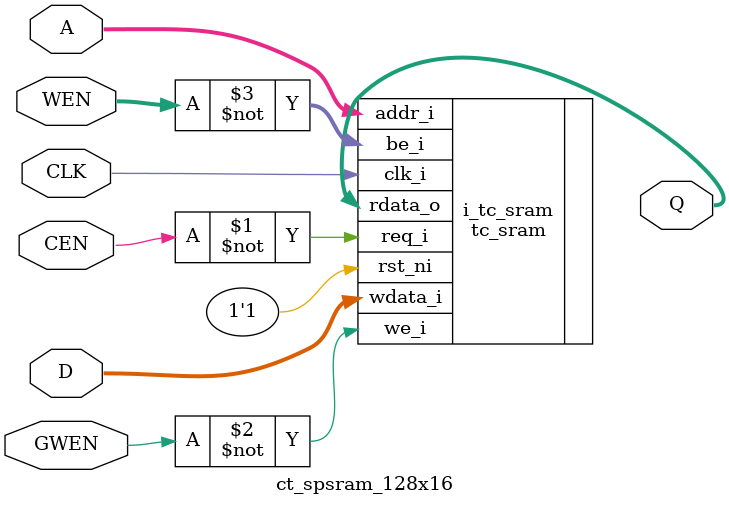
<source format=v>
/*Copyright 2019-2021 T-Head Semiconductor Co., Ltd.

Licensed under the Apache License, Version 2.0 (the "License");
you may not use this file except in compliance with the License.
You may obtain a copy of the License at

    http://www.apache.org/licenses/LICENSE-2.0

Unless required by applicable law or agreed to in writing, software
distributed under the License is distributed on an "AS IS" BASIS,
WITHOUT WARRANTIES OR CONDITIONS OF ANY KIND, either express or implied.
See the License for the specific language governing permissions and
limitations under the License.
*/

// &ModuleBeg; @22
module ct_spsram_128x16(
  A,
  CEN,
  CLK,
  D,
  GWEN,
  Q,
  WEN
);

// &Ports; @23
input   [6 :0]  A;   
input           CEN; 
input           CLK; 
input   [15:0]  D;   
input           GWEN; 
input   [15:0]  WEN; 
output  [15:0]  Q;   

// &Regs; @24

// &Wires; @25
wire    [6 :0]  A;   
wire            CEN; 
wire            CLK; 
wire    [15:0]  D;   
wire            GWEN; 
wire    [15:0]  Q;   
wire    [15:0]  WEN; 


//**********************************************************
//                  Parameter Definition
//**********************************************************
parameter ADDR_WIDTH = 7;
parameter DATA_WIDTH = 16;
parameter WE_WIDTH   = 16;

// &Force("bus","Q",DATA_WIDTH-1,0); @34
// &Force("bus","WEN",WE_WIDTH-1,0); @35
// &Force("bus","A",ADDR_WIDTH-1,0); @36
// &Force("bus","D",DATA_WIDTH-1,0); @37

  //********************************************************
  //*                        FPGA memory                   *
  //********************************************************
  //{WEN[15:14],WEN[13:12],WEN[11:10],WEN[ 9: 8],
  // WEN[ 7: 6],WEN[ 5: 4],WEN[ 3: 2],WEN[ 1: 0]}
//   &Instance("ct_f_spsram_128x16"); @45
tc_sram #(
  .NumWords   ( 1<<ADDR_WIDTH         ),
  .DataWidth  ( DATA_WIDTH            ),
  .ByteWidth  ( DATA_WIDTH/DATA_WIDTH ),
  .NumPorts   ( 32'd1 ),
  .Latency    ( 32'd1 ),
  .SimInit    ( "none"),
  .PrintSimCfg( 0     )
) i_tc_sram (
    .clk_i    ( CLK   ),
    .rst_ni   ( 1'b1  ),
    .req_i    ( ~CEN  ),
    .we_i     ( ~GWEN ),
    .be_i     ( ~WEN  ),
    .wdata_i  ( D     ),
    .addr_i   ( A     ),
    .rdata_o  ( Q     )
);

//   &Instance("ct_tsmc_spsram_128x16"); @51

// &ModuleEnd; @67
endmodule



</source>
